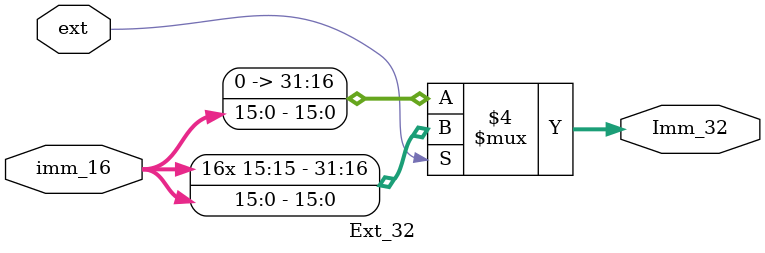
<source format=v>
`timescale 1ns / 1ps
module Ext_32(input [15:0] imm_16,
				  input ext,
				  output reg [31:0] Imm_32
				 );
	
	always@* begin
		if(ext==1'b1)
			Imm_32={{16{imm_16[15]}},imm_16[15:0]};
		else
			Imm_32 ={{16{1'b0}},imm_16[15:0]};
	end
endmodule

</source>
